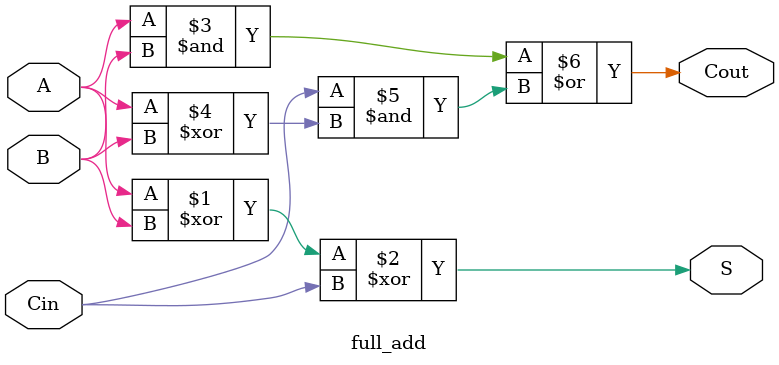
<source format=v>
module full_add(S, Cout, A, B, Cin); 
// This module implements a 1-bit full adder 
   input A, B, Cin; 
   output S, Cout;
 
   assign S = A ^ B ^ Cin; 
   assign Cout = (A & B) | (Cin & (A ^ B)); 
endmodule 
</source>
